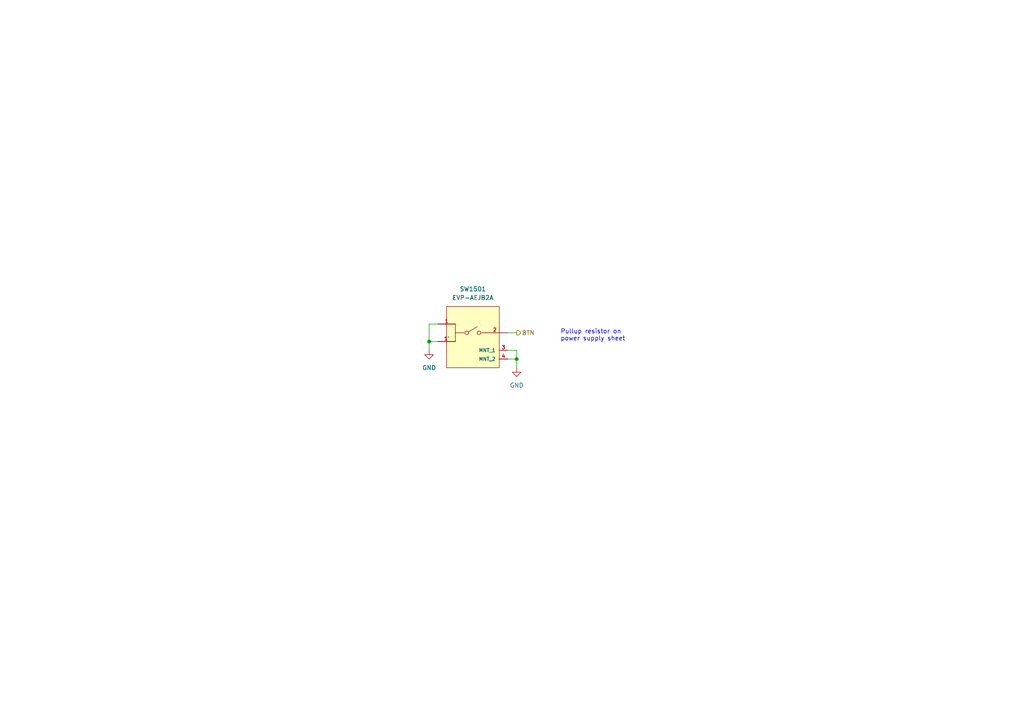
<source format=kicad_sch>
(kicad_sch (version 20230121) (generator eeschema)
  (paper "A4")
  (lib_symbols
    (symbol "EVP-AEJB2A:EVP-AEJB2A" (pin_names (offset 1.016))
      (property "Reference" "SW" (at 0 7.62 0))
      (property "Value" "EVP-AEJB2A" (at 0 10.16 0))
      (symbol "EVP-AEJB2A_1_1"
        (polyline (pts (xy 7.62 -5.08) (xy 7.62 0)))
        (polyline (pts (xy 7.62 -2.54) (xy 10.16 -2.54)))
        (polyline (pts (xy 11.43 -2.286) (xy 13.97 -0.762)))
        (rectangle (start 5.08 5.08) (end 20.32 -12.7) (fill (type background)))
        (circle (center 10.922 -2.54) (radius 0.508))
        (circle (center 14.478 -2.54) (radius 0.508))
        (pin passive line (at 2.54 0 0) (length 5.08) (name "1") (number "1"))
        (pin passive line (at 2.54 -5.08 0) (length 5.08) (name "1'") (number "1'"))
        (pin passive line (at 22.86 -2.54 180) (length 7.62) (name "2") (number "2"))
        (pin passive line (at 22.86 -7.62 180) (length 2.54) (name "MNT_1") (number "3"))
        (pin passive line (at 22.86 -10.16 180) (length 2.54) (name "MNT_2") (number "4"))
      )
    )
    (symbol "power:GND" (power) (pin_names (offset 0))
      (property "Value" "GND" (at 0 -3.81 0))
      (symbol "GND_0_1"
        (polyline (pts (xy 0 0) (xy 0 -1.27) (xy 1.27 -1.27) (xy 0 -2.54) (xy -1.27 -1.27) (xy 0 -1.27)))
      )
      (symbol "GND_1_1"
        (pin power_in line (at 0 0 270) (length 0) hide (name "GND") (number "1"))
      )
    )
  )
  (junction (at 149.86 104.14))
  (junction (at 124.46 99.06))
  (wire (pts (xy 124.46 93.98) (xy 127 93.98)))
  (wire (pts (xy 124.46 101.6) (xy 124.46 99.06)))
  (wire (pts (xy 149.86 101.6) (xy 149.86 104.14)))
  (wire (pts (xy 149.86 104.14) (xy 147.32 104.14)))
  (wire (pts (xy 124.46 99.06) (xy 127 99.06)))
  (wire (pts (xy 149.86 106.68) (xy 149.86 104.14)))
  (wire (pts (xy 124.46 99.06) (xy 124.46 93.98)))
  (wire (pts (xy 149.86 96.52) (xy 147.32 96.52)))
  (wire (pts (xy 147.32 101.6) (xy 149.86 101.6)))
  (text "Pullup resistor on\npower supply sheet" (at 162.56 99.06 0) (effects (font (size 1.27 1.27)) (justify left bottom)))
  (hierarchical_label "BTN" (shape output) (at 149.86 96.52 0))
  (symbol (lib_id "EVP-AEJB2A:EVP-AEJB2A") (at 124.46 93.98 0) (unit 1)
    (property "Reference" "SW1501" (at 137.16 83.82 0))
    (property "Value" "EVP-AEJB2A" (at 137.16 86.36 0))
    (property "Footprint" "watch_footprints:Panasonic-EVP-AEJB2A-MFG" (effects hide))
    (property "Datasheet" "https://b2b-api.panasonic.eu/file_stream/pids/fileversion/2437" (effects hide))
    (property "automotive" "No" (effects hide))
    (property "category" "Switch" (effects hide))
    (property "contact current rating" "20mA" (effects hide))
    (property "contact resistance" "1000mΩ" (effects hide))
    (property "device class L1" "Electromechanical" (effects hide))
    (property "device class L2" "Switches" (effects hide))
    (property "device class L3" "Tactile Switches" (effects hide))
    (property "digikey description" "SWITCH TACTILE SPST-NO 0.02A 15V" (effects hide))
    (property "digikey part number" "P17697CT-ND" (effects hide))
    (property "electromechanical life" "200000Cycles" (effects hide))
    (property "height" "1mm" (effects hide))
    (property "lead free" "Yes" (effects hide))
    (property "library id" "2ebf83bacfa5cdcd" (effects hide))
    (property "manufacturer" "Panasonic" (effects hide))
    (property "mount" "Surface Mount" (effects hide))
    (property "mouser description" "Tactile Switches 4.5x2.2mm 3.5N 0.15mm Travel IP67" (effects hide))
    (property "mouser part number" "667-EVP-AEJB2A" (effects hide))
    (property "operating force" "3.5N" (effects hide))
    (property "package" "SMT_SW_4MM8_2MM6" (effects hide))
    (property "rohs" "Yes" (effects hide))
    (property "temperature range high" "+85°C" (effects hide))
    (property "temperature range low" "-40°C" (effects hide))
    (property "throw configuration" "SPST-NO" (effects hide))
    (property "voltage rating DC" "15V" (effects hide))
  )
  (symbol (lib_id "power:GND") (at 149.86 106.68 0) (unit 1)
    (property "Reference" "#PWR01406" (effects hide))
    (property "Value" "GND" (at 149.86 111.76 0))
  )
  (symbol (lib_id "power:GND") (at 124.46 101.6 0) (unit 1)
    (property "Reference" "#PWR01407" (effects hide))
    (property "Value" "GND" (at 124.46 106.68 0))
  )
)
</source>
